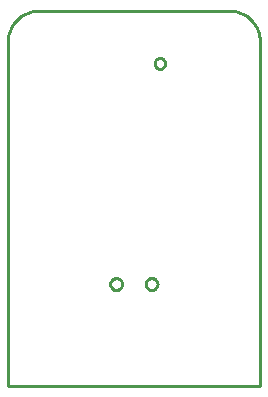
<source format=gbr>
G04 EAGLE Gerber RS-274X export*
G75*
%MOMM*%
%FSLAX34Y34*%
%LPD*%
%IN*%
%IPPOS*%
%AMOC8*
5,1,8,0,0,1.08239X$1,22.5*%
G01*
%ADD10C,0.254000*%


D10*
X0Y0D02*
X213360Y0D01*
X213360Y292100D01*
X213263Y294314D01*
X212974Y296511D01*
X212495Y298674D01*
X211828Y300787D01*
X210980Y302835D01*
X209957Y304800D01*
X208766Y306669D01*
X207418Y308427D01*
X205921Y310061D01*
X204287Y311558D01*
X202529Y312906D01*
X200660Y314097D01*
X198695Y315120D01*
X196647Y315968D01*
X194534Y316635D01*
X192371Y317114D01*
X190174Y317403D01*
X187960Y317500D01*
X25400Y317500D01*
X23186Y317403D01*
X20989Y317114D01*
X18826Y316635D01*
X16713Y315968D01*
X14666Y315120D01*
X12700Y314097D01*
X10831Y312906D01*
X9073Y311558D01*
X7440Y310061D01*
X5942Y308427D01*
X4594Y306669D01*
X3403Y304800D01*
X2380Y302835D01*
X1532Y300787D01*
X865Y298674D01*
X386Y296511D01*
X97Y294314D01*
X0Y292100D01*
X0Y0D01*
X133180Y272805D02*
X133103Y272220D01*
X132950Y271650D01*
X132725Y271105D01*
X132430Y270595D01*
X132071Y270127D01*
X131653Y269709D01*
X131185Y269350D01*
X130675Y269055D01*
X130130Y268830D01*
X129560Y268677D01*
X128975Y268600D01*
X128385Y268600D01*
X127800Y268677D01*
X127230Y268830D01*
X126685Y269055D01*
X126175Y269350D01*
X125707Y269709D01*
X125289Y270127D01*
X124930Y270595D01*
X124635Y271105D01*
X124410Y271650D01*
X124257Y272220D01*
X124180Y272805D01*
X124180Y273395D01*
X124257Y273980D01*
X124410Y274550D01*
X124635Y275095D01*
X124930Y275605D01*
X125289Y276073D01*
X125707Y276491D01*
X126175Y276850D01*
X126685Y277145D01*
X127230Y277370D01*
X127800Y277523D01*
X128385Y277600D01*
X128975Y277600D01*
X129560Y277523D01*
X130130Y277370D01*
X130675Y277145D01*
X131185Y276850D01*
X131653Y276491D01*
X132071Y276073D01*
X132430Y275605D01*
X132725Y275095D01*
X132950Y274550D01*
X133103Y273980D01*
X133180Y273395D01*
X133180Y272805D01*
X86680Y86641D02*
X86743Y87199D01*
X86868Y87746D01*
X87053Y88276D01*
X87297Y88782D01*
X87596Y89258D01*
X87946Y89697D01*
X88343Y90094D01*
X88782Y90444D01*
X89258Y90743D01*
X89764Y90987D01*
X90294Y91172D01*
X90841Y91297D01*
X91399Y91360D01*
X91961Y91360D01*
X92519Y91297D01*
X93066Y91172D01*
X93596Y90987D01*
X94102Y90743D01*
X94578Y90444D01*
X95017Y90094D01*
X95414Y89697D01*
X95764Y89258D01*
X96063Y88782D01*
X96307Y88276D01*
X96492Y87746D01*
X96617Y87199D01*
X96680Y86641D01*
X96680Y86079D01*
X96617Y85521D01*
X96492Y84974D01*
X96307Y84444D01*
X96063Y83938D01*
X95764Y83462D01*
X95414Y83023D01*
X95017Y82626D01*
X94578Y82276D01*
X94102Y81977D01*
X93596Y81733D01*
X93066Y81548D01*
X92519Y81423D01*
X91961Y81360D01*
X91399Y81360D01*
X90841Y81423D01*
X90294Y81548D01*
X89764Y81733D01*
X89258Y81977D01*
X88782Y82276D01*
X88343Y82626D01*
X87946Y83023D01*
X87596Y83462D01*
X87297Y83938D01*
X87053Y84444D01*
X86868Y84974D01*
X86743Y85521D01*
X86680Y86079D01*
X86680Y86641D01*
X116680Y86641D02*
X116743Y87199D01*
X116868Y87746D01*
X117053Y88276D01*
X117297Y88782D01*
X117596Y89258D01*
X117946Y89697D01*
X118343Y90094D01*
X118782Y90444D01*
X119258Y90743D01*
X119764Y90987D01*
X120294Y91172D01*
X120841Y91297D01*
X121399Y91360D01*
X121961Y91360D01*
X122519Y91297D01*
X123066Y91172D01*
X123596Y90987D01*
X124102Y90743D01*
X124578Y90444D01*
X125017Y90094D01*
X125414Y89697D01*
X125764Y89258D01*
X126063Y88782D01*
X126307Y88276D01*
X126492Y87746D01*
X126617Y87199D01*
X126680Y86641D01*
X126680Y86079D01*
X126617Y85521D01*
X126492Y84974D01*
X126307Y84444D01*
X126063Y83938D01*
X125764Y83462D01*
X125414Y83023D01*
X125017Y82626D01*
X124578Y82276D01*
X124102Y81977D01*
X123596Y81733D01*
X123066Y81548D01*
X122519Y81423D01*
X121961Y81360D01*
X121399Y81360D01*
X120841Y81423D01*
X120294Y81548D01*
X119764Y81733D01*
X119258Y81977D01*
X118782Y82276D01*
X118343Y82626D01*
X117946Y83023D01*
X117596Y83462D01*
X117297Y83938D01*
X117053Y84444D01*
X116868Y84974D01*
X116743Y85521D01*
X116680Y86079D01*
X116680Y86641D01*
M02*

</source>
